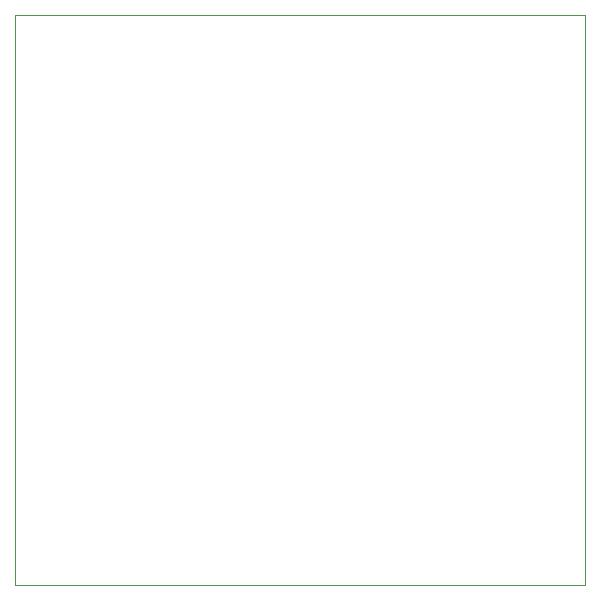
<source format=gbr>
%TF.GenerationSoftware,KiCad,Pcbnew,7.0.8*%
%TF.CreationDate,2023-10-12T16:07:18-07:00*%
%TF.ProjectId,Lab1_555TimerCircuit,4c616231-5f35-4353-9554-696d65724369,rev?*%
%TF.SameCoordinates,Original*%
%TF.FileFunction,Profile,NP*%
%FSLAX46Y46*%
G04 Gerber Fmt 4.6, Leading zero omitted, Abs format (unit mm)*
G04 Created by KiCad (PCBNEW 7.0.8) date 2023-10-12 16:07:18*
%MOMM*%
%LPD*%
G01*
G04 APERTURE LIST*
%TA.AperFunction,Profile*%
%ADD10C,0.100000*%
%TD*%
G04 APERTURE END LIST*
D10*
X63500000Y-60960000D02*
X111760000Y-60960000D01*
X111760000Y-109220000D01*
X63500000Y-109220000D01*
X63500000Y-60960000D01*
M02*

</source>
